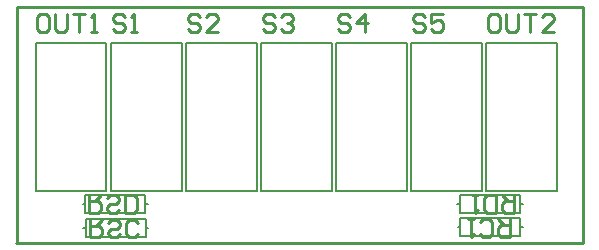
<source format=gto>
G04*
G04 #@! TF.GenerationSoftware,Altium Limited,Altium Designer,19.0.15 (446)*
G04*
G04 Layer_Color=65535*
%FSLAX25Y25*%
%MOIN*%
G70*
G01*
G75*
%ADD10C,0.00787*%
%ADD11C,0.01000*%
D10*
X493524Y408697D02*
X517146D01*
X493524D02*
Y458303D01*
X517146Y408697D02*
Y458303D01*
X493524D02*
X517146D01*
X468524Y408697D02*
X492146D01*
X468524D02*
Y458303D01*
X492146Y408697D02*
Y458303D01*
X468524D02*
X492146D01*
X443524Y408697D02*
X467146D01*
X443524D02*
Y458303D01*
X467146Y408697D02*
Y458303D01*
X443524D02*
X467146D01*
X418524Y408697D02*
X442146D01*
X418524D02*
Y458303D01*
X442146Y408697D02*
Y458303D01*
X418524D02*
X442146D01*
X393524Y408697D02*
X417146D01*
X393524D02*
Y458303D01*
X417146Y408697D02*
Y458303D01*
X393524D02*
X417146D01*
X518701Y408697D02*
X542323D01*
X518701D02*
Y458303D01*
X542323Y408697D02*
Y458303D01*
X518701D02*
X542323D01*
X368406Y408697D02*
X392028D01*
X368406D02*
Y458303D01*
X392028Y408697D02*
Y458303D01*
X368406D02*
X392028D01*
X509882Y401528D02*
Y404528D01*
Y401528D02*
X529882D01*
Y407528D01*
X509882D02*
X529882D01*
X509882Y404528D02*
Y407528D01*
X529882Y404528D02*
X530782D01*
X508982D02*
X509882D01*
X405039Y401528D02*
Y404528D01*
X385039Y401528D02*
X405039D01*
X385039D02*
Y407528D01*
X405039D01*
Y404528D02*
Y407528D01*
X384139Y404528D02*
X385039D01*
X405039D02*
X405939D01*
X510039Y393653D02*
Y396654D01*
Y393653D02*
X530039D01*
Y399654D01*
X510039D02*
X530039D01*
X510039Y396654D02*
Y399654D01*
X530039Y396654D02*
X530939D01*
X509139D02*
X510039D01*
X405079Y393555D02*
Y396555D01*
X385079Y393555D02*
X405079D01*
X385079D02*
Y399555D01*
X405079D01*
Y396555D02*
Y399555D01*
X384179Y396555D02*
X385079D01*
X405079D02*
X405979D01*
D11*
X498149Y466648D02*
X497149Y467648D01*
X495150D01*
X494150Y466648D01*
Y465649D01*
X495150Y464649D01*
X497149D01*
X498149Y463649D01*
Y462650D01*
X497149Y461650D01*
X495150D01*
X494150Y462650D01*
X504147Y467648D02*
X500148D01*
Y464649D01*
X502147Y465649D01*
X503147D01*
X504147Y464649D01*
Y462650D01*
X503147Y461650D01*
X501148D01*
X500148Y462650D01*
X473149Y466648D02*
X472149Y467648D01*
X470150D01*
X469150Y466648D01*
Y465649D01*
X470150Y464649D01*
X472149D01*
X473149Y463649D01*
Y462650D01*
X472149Y461650D01*
X470150D01*
X469150Y462650D01*
X478147Y461650D02*
Y467648D01*
X475148Y464649D01*
X479147D01*
X448149Y466648D02*
X447149Y467648D01*
X445150D01*
X444150Y466648D01*
Y465649D01*
X445150Y464649D01*
X447149D01*
X448149Y463649D01*
Y462650D01*
X447149Y461650D01*
X445150D01*
X444150Y462650D01*
X450148Y466648D02*
X451148Y467648D01*
X453147D01*
X454147Y466648D01*
Y465649D01*
X453147Y464649D01*
X452147D01*
X453147D01*
X454147Y463649D01*
Y462650D01*
X453147Y461650D01*
X451148D01*
X450148Y462650D01*
X423149Y466648D02*
X422149Y467648D01*
X420150D01*
X419150Y466648D01*
Y465649D01*
X420150Y464649D01*
X422149D01*
X423149Y463649D01*
Y462650D01*
X422149Y461650D01*
X420150D01*
X419150Y462650D01*
X429147Y461650D02*
X425148D01*
X429147Y465649D01*
Y466648D01*
X428147Y467648D01*
X426148D01*
X425148Y466648D01*
X398149D02*
X397149Y467648D01*
X395150D01*
X394150Y466648D01*
Y465649D01*
X395150Y464649D01*
X397149D01*
X398149Y463649D01*
Y462650D01*
X397149Y461650D01*
X395150D01*
X394150Y462650D01*
X400148Y461650D02*
X402147D01*
X401148D01*
Y467648D01*
X400148Y466648D01*
X386248Y407472D02*
Y401474D01*
X389247D01*
X390247Y402474D01*
Y404473D01*
X389247Y405473D01*
X386248D01*
X388247D02*
X390247Y407472D01*
X396245Y402474D02*
X395245Y401474D01*
X393246D01*
X392246Y402474D01*
Y403474D01*
X393246Y404473D01*
X395245D01*
X396245Y405473D01*
Y406473D01*
X395245Y407472D01*
X393246D01*
X392246Y406473D01*
X398244Y401474D02*
Y407472D01*
X401243D01*
X402243Y406473D01*
Y402474D01*
X401243Y401474D01*
X398244D01*
X527787Y407610D02*
Y401612D01*
X524788D01*
X523789Y402612D01*
Y404611D01*
X524788Y405611D01*
X527787D01*
X525788D02*
X523789Y407610D01*
X521789Y401612D02*
Y407610D01*
X518790D01*
X517791Y406611D01*
Y402612D01*
X518790Y401612D01*
X521789D01*
X515791Y407610D02*
X513792D01*
X514792D01*
Y401612D01*
X515791Y402612D01*
X386417Y399311D02*
Y393313D01*
X389416D01*
X390416Y394313D01*
Y396312D01*
X389416Y397312D01*
X386417D01*
X388417D02*
X390416Y399311D01*
X396414Y394313D02*
X395414Y393313D01*
X393415D01*
X392415Y394313D01*
Y395312D01*
X393415Y396312D01*
X395414D01*
X396414Y397312D01*
Y398311D01*
X395414Y399311D01*
X393415D01*
X392415Y398311D01*
X402412Y394313D02*
X401412Y393313D01*
X399413D01*
X398413Y394313D01*
Y398311D01*
X399413Y399311D01*
X401412D01*
X402412Y398311D01*
X526567Y399327D02*
Y393329D01*
X523568D01*
X522568Y394328D01*
Y396328D01*
X523568Y397327D01*
X526567D01*
X524568D02*
X522568Y399327D01*
X516570Y394328D02*
X517570Y393329D01*
X519569D01*
X520569Y394328D01*
Y398327D01*
X519569Y399327D01*
X517570D01*
X516570Y398327D01*
X514571Y399327D02*
X512571D01*
X513571D01*
Y393329D01*
X514571Y394328D01*
X522326Y467648D02*
X520327D01*
X519327Y466648D01*
Y462650D01*
X520327Y461650D01*
X522326D01*
X523326Y462650D01*
Y466648D01*
X522326Y467648D01*
X525325D02*
Y462650D01*
X526325Y461650D01*
X528324D01*
X529324Y462650D01*
Y467648D01*
X531323D02*
X535322D01*
X533323D01*
Y461650D01*
X541320D02*
X537321D01*
X541320Y465649D01*
Y466648D01*
X540320Y467648D01*
X538321D01*
X537321Y466648D01*
X372031Y467648D02*
X370032D01*
X369032Y466648D01*
Y462650D01*
X370032Y461650D01*
X372031D01*
X373031Y462650D01*
Y466648D01*
X372031Y467648D01*
X375030D02*
Y462650D01*
X376030Y461650D01*
X378029D01*
X379029Y462650D01*
Y467648D01*
X381028D02*
X385027D01*
X383027D01*
Y461650D01*
X387026D02*
X389025D01*
X388026D01*
Y467648D01*
X387026Y466648D01*
X362106Y391929D02*
Y470079D01*
X361811Y391634D02*
X362106Y391929D01*
X361811Y391634D02*
X550886D01*
X550886Y391634D01*
Y470079D01*
X362106D02*
X550886D01*
M02*

</source>
